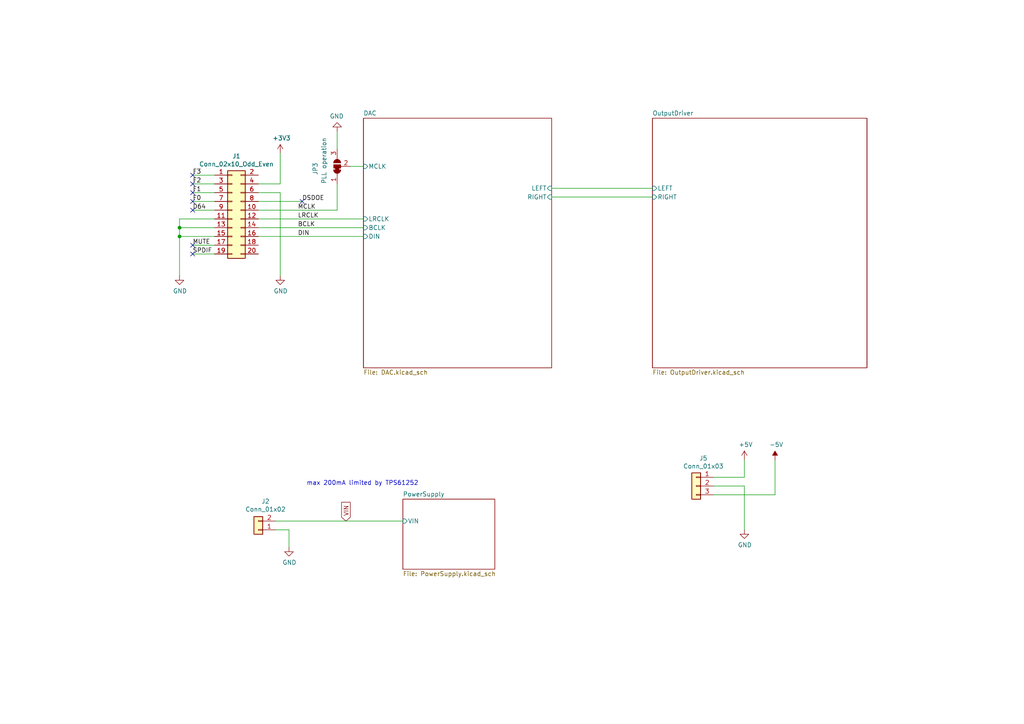
<source format=kicad_sch>
(kicad_sch (version 20211123) (generator eeschema)
  (paper "A4")
  (lib_symbols
    (symbol "Connector_Generic:Conn_01x02" (pin_names (offset 1.016) hide)
      (property "Reference" "J" (at 0 2.54 0))
      (property "Value" "Conn_01x02" (at 0 -5.08 0))
      (symbol "Conn_01x02_1_1"
        (rectangle (start -1.27 -2.413) (end 0 -2.667) (stroke (width 0.1524)))
        (rectangle (start -1.27 0.127) (end 0 -0.127) (stroke (width 0.1524)))
        (rectangle (start -1.27 1.27) (end 1.27 -3.81) (stroke (width 0.254)) (fill (type background)))
        (pin passive line (at -5.08 0 0) (length 3.81) (name "Pin_1") (number "1"))
        (pin passive line (at -5.08 -2.54 0) (length 3.81) (name "Pin_2") (number "2"))
      )
    )
    (symbol "Connector_Generic:Conn_01x03" (pin_names (offset 1.016) hide)
      (property "Reference" "J" (at 0 5.08 0))
      (property "Value" "Conn_01x03" (at 0 -5.08 0))
      (symbol "Conn_01x03_1_1"
        (rectangle (start -1.27 -2.413) (end 0 -2.667) (stroke (width 0.1524)))
        (rectangle (start -1.27 0.127) (end 0 -0.127) (stroke (width 0.1524)))
        (rectangle (start -1.27 2.667) (end 0 2.413) (stroke (width 0.1524)))
        (rectangle (start -1.27 3.81) (end 1.27 -3.81) (stroke (width 0.254)) (fill (type background)))
        (pin passive line (at -5.08 2.54 0) (length 3.81) (name "Pin_1") (number "1"))
        (pin passive line (at -5.08 0 0) (length 3.81) (name "Pin_2") (number "2"))
        (pin passive line (at -5.08 -2.54 0) (length 3.81) (name "Pin_3") (number "3"))
      )
    )
    (symbol "Connector_Generic:Conn_02x10_Odd_Even" (pin_names (offset 1.016) hide)
      (property "Reference" "J" (at 1.27 12.7 0))
      (property "Value" "Conn_02x10_Odd_Even" (at 1.27 -15.24 0))
      (symbol "Conn_02x10_Odd_Even_1_1"
        (rectangle (start -1.27 -12.573) (end 0 -12.827) (stroke (width 0.1524)))
        (rectangle (start -1.27 -10.033) (end 0 -10.287) (stroke (width 0.1524)))
        (rectangle (start -1.27 -7.493) (end 0 -7.747) (stroke (width 0.1524)))
        (rectangle (start -1.27 -4.953) (end 0 -5.207) (stroke (width 0.1524)))
        (rectangle (start -1.27 -2.413) (end 0 -2.667) (stroke (width 0.1524)))
        (rectangle (start -1.27 0.127) (end 0 -0.127) (stroke (width 0.1524)))
        (rectangle (start -1.27 2.667) (end 0 2.413) (stroke (width 0.1524)))
        (rectangle (start -1.27 5.207) (end 0 4.953) (stroke (width 0.1524)))
        (rectangle (start -1.27 7.747) (end 0 7.493) (stroke (width 0.1524)))
        (rectangle (start -1.27 10.287) (end 0 10.033) (stroke (width 0.1524)))
        (rectangle (start -1.27 11.43) (end 3.81 -13.97) (stroke (width 0.254)) (fill (type background)))
        (rectangle (start 3.81 -12.573) (end 2.54 -12.827) (stroke (width 0.1524)))
        (rectangle (start 3.81 -10.033) (end 2.54 -10.287) (stroke (width 0.1524)))
        (rectangle (start 3.81 -7.493) (end 2.54 -7.747) (stroke (width 0.1524)))
        (rectangle (start 3.81 -4.953) (end 2.54 -5.207) (stroke (width 0.1524)))
        (rectangle (start 3.81 -2.413) (end 2.54 -2.667) (stroke (width 0.1524)))
        (rectangle (start 3.81 0.127) (end 2.54 -0.127) (stroke (width 0.1524)))
        (rectangle (start 3.81 2.667) (end 2.54 2.413) (stroke (width 0.1524)))
        (rectangle (start 3.81 5.207) (end 2.54 4.953) (stroke (width 0.1524)))
        (rectangle (start 3.81 7.747) (end 2.54 7.493) (stroke (width 0.1524)))
        (rectangle (start 3.81 10.287) (end 2.54 10.033) (stroke (width 0.1524)))
        (pin passive line (at -5.08 10.16 0) (length 3.81) (name "Pin_1") (number "1"))
        (pin passive line (at 7.62 0 180) (length 3.81) (name "Pin_10") (number "10"))
        (pin passive line (at -5.08 -2.54 0) (length 3.81) (name "Pin_11") (number "11"))
        (pin passive line (at 7.62 -2.54 180) (length 3.81) (name "Pin_12") (number "12"))
        (pin passive line (at -5.08 -5.08 0) (length 3.81) (name "Pin_13") (number "13"))
        (pin passive line (at 7.62 -5.08 180) (length 3.81) (name "Pin_14") (number "14"))
        (pin passive line (at -5.08 -7.62 0) (length 3.81) (name "Pin_15") (number "15"))
        (pin passive line (at 7.62 -7.62 180) (length 3.81) (name "Pin_16") (number "16"))
        (pin passive line (at -5.08 -10.16 0) (length 3.81) (name "Pin_17") (number "17"))
        (pin passive line (at 7.62 -10.16 180) (length 3.81) (name "Pin_18") (number "18"))
        (pin passive line (at -5.08 -12.7 0) (length 3.81) (name "Pin_19") (number "19"))
        (pin passive line (at 7.62 10.16 180) (length 3.81) (name "Pin_2") (number "2"))
        (pin passive line (at 7.62 -12.7 180) (length 3.81) (name "Pin_20") (number "20"))
        (pin passive line (at -5.08 7.62 0) (length 3.81) (name "Pin_3") (number "3"))
        (pin passive line (at 7.62 7.62 180) (length 3.81) (name "Pin_4") (number "4"))
        (pin passive line (at -5.08 5.08 0) (length 3.81) (name "Pin_5") (number "5"))
        (pin passive line (at 7.62 5.08 180) (length 3.81) (name "Pin_6") (number "6"))
        (pin passive line (at -5.08 2.54 0) (length 3.81) (name "Pin_7") (number "7"))
        (pin passive line (at 7.62 2.54 180) (length 3.81) (name "Pin_8") (number "8"))
        (pin passive line (at -5.08 0 0) (length 3.81) (name "Pin_9") (number "9"))
      )
    )
    (symbol "Jumper:SolderJumper_3_Bridged12" (pin_names (offset 0) hide)
      (property "Reference" "JP" (at -2.54 -2.54 0))
      (property "Value" "SolderJumper_3_Bridged12" (at 0 2.794 0))
      (symbol "SolderJumper_3_Bridged12_0_1"
        (rectangle (start -1.016 0.508) (end -0.508 -0.508) (fill (type outline)))
        (arc (start -1.016 1.016) (mid -2.032 0) (end -1.016 -1.016))
        (arc (start -1.016 1.016) (mid -2.032 0) (end -1.016 -1.016) (fill (type outline)))
        (rectangle (start -0.508 1.016) (end 0.508 -1.016) (fill (type outline)))
        (polyline (pts (xy -2.54 0) (xy -2.032 0)))
        (polyline (pts (xy -1.016 1.016) (xy -1.016 -1.016)))
        (polyline (pts (xy 0 -1.27) (xy 0 -1.016)))
        (polyline (pts (xy 1.016 1.016) (xy 1.016 -1.016)))
        (polyline (pts (xy 2.54 0) (xy 2.032 0)))
        (arc (start 1.016 -1.016) (mid 2.032 0) (end 1.016 1.016))
        (arc (start 1.016 -1.016) (mid 2.032 0) (end 1.016 1.016) (fill (type outline)))
      )
      (symbol "SolderJumper_3_Bridged12_1_1"
        (pin passive line (at -5.08 0 0) (length 2.54) (name "A") (number "1"))
        (pin input line (at 0 -3.81 90) (length 2.54) (name "C") (number "2"))
        (pin passive line (at 5.08 0 180) (length 2.54) (name "B") (number "3"))
      )
    )
    (symbol "power:+3.3V" (power) (pin_names (offset 0))
      (property "Value" "+3.3V" (at 0 3.556 0))
      (symbol "+3.3V_0_1"
        (polyline (pts (xy -0.762 1.27) (xy 0 2.54)))
        (polyline (pts (xy 0 0) (xy 0 2.54)))
        (polyline (pts (xy 0 2.54) (xy 0.762 1.27)))
      )
      (symbol "+3.3V_1_1"
        (pin power_in line (at 0 0 90) (length 0) hide (name "+3V3") (number "1"))
      )
    )
    (symbol "power:+5V" (power) (pin_names (offset 0))
      (property "Value" "+5V" (at 0 3.556 0))
      (symbol "+5V_0_1"
        (polyline (pts (xy -0.762 1.27) (xy 0 2.54)))
        (polyline (pts (xy 0 0) (xy 0 2.54)))
        (polyline (pts (xy 0 2.54) (xy 0.762 1.27)))
      )
      (symbol "+5V_1_1"
        (pin power_in line (at 0 0 90) (length 0) hide (name "+5V") (number "1"))
      )
    )
    (symbol "power:-5V" (power) (pin_names (offset 0))
      (property "Value" "-5V" (at 0 3.81 0))
      (symbol "-5V_0_0"
        (pin power_in line (at 0 0 90) (length 0) hide (name "-5V") (number "1"))
      )
      (symbol "-5V_0_1"
        (polyline (pts (xy 0 0) (xy 0 1.27) (xy 0.762 1.27) (xy 0 2.54) (xy -0.762 1.27) (xy 0 1.27)) (fill (type outline)))
      )
    )
    (symbol "power:GND" (power) (pin_names (offset 0))
      (property "Value" "GND" (at 0 -3.81 0))
      (symbol "GND_0_1"
        (polyline (pts (xy 0 0) (xy 0 -1.27) (xy 1.27 -1.27) (xy 0 -2.54) (xy -1.27 -1.27) (xy 0 -1.27)))
      )
      (symbol "GND_1_1"
        (pin power_in line (at 0 0 270) (length 0) hide (name "GND") (number "1"))
      )
    )
  )
  (junction (at 52.07 68.58))
  (junction (at 52.07 66.04))
  (no_connect (at 55.88 50.8))
  (no_connect (at 55.88 60.96))
  (no_connect (at 55.88 55.88))
  (no_connect (at 55.88 71.12))
  (no_connect (at 55.88 73.66))
  (no_connect (at 55.88 58.42))
  (no_connect (at 55.88 53.34))
  (no_connect (at 87.63 58.42))
  (wire (pts (xy 74.93 63.5) (xy 105.41 63.5)))
  (wire (pts (xy 74.93 68.58) (xy 105.41 68.58)))
  (wire (pts (xy 160.02 54.61) (xy 189.23 54.61)))
  (wire (pts (xy 52.07 80.01) (xy 52.07 68.58)))
  (wire (pts (xy 80.01 151.13) (xy 116.84 151.13)))
  (wire (pts (xy 74.93 58.42) (xy 87.63 58.42)))
  (wire (pts (xy 52.07 68.58) (xy 62.23 68.58)))
  (wire (pts (xy 52.07 63.5) (xy 52.07 66.04)))
  (wire (pts (xy 81.28 55.88) (xy 81.28 80.01)))
  (wire (pts (xy 62.23 60.96) (xy 55.88 60.96)))
  (wire (pts (xy 83.82 153.67) (xy 83.82 158.75)))
  (wire (pts (xy 74.93 55.88) (xy 81.28 55.88)))
  (wire (pts (xy 207.01 138.43) (xy 215.9 138.43)))
  (wire (pts (xy 81.28 53.34) (xy 81.28 44.45)))
  (wire (pts (xy 207.01 143.51) (xy 224.79 143.51)))
  (wire (pts (xy 62.23 63.5) (xy 52.07 63.5)))
  (wire (pts (xy 105.41 66.04) (xy 74.93 66.04)))
  (wire (pts (xy 62.23 66.04) (xy 52.07 66.04)))
  (wire (pts (xy 215.9 138.43) (xy 215.9 133.35)))
  (wire (pts (xy 80.01 153.67) (xy 83.82 153.67)))
  (wire (pts (xy 215.9 140.97) (xy 215.9 153.67)))
  (wire (pts (xy 62.23 73.66) (xy 55.88 73.66)))
  (wire (pts (xy 62.23 71.12) (xy 55.88 71.12)))
  (wire (pts (xy 97.79 60.96) (xy 97.79 53.34)))
  (wire (pts (xy 74.93 53.34) (xy 81.28 53.34)))
  (wire (pts (xy 224.79 143.51) (xy 224.79 133.35)))
  (wire (pts (xy 62.23 55.88) (xy 55.88 55.88)))
  (wire (pts (xy 97.79 43.18) (xy 97.79 38.1)))
  (wire (pts (xy 62.23 50.8) (xy 55.88 50.8)))
  (wire (pts (xy 62.23 53.34) (xy 55.88 53.34)))
  (wire (pts (xy 52.07 66.04) (xy 52.07 68.58)))
  (wire (pts (xy 160.02 57.15) (xy 189.23 57.15)))
  (wire (pts (xy 62.23 58.42) (xy 55.88 58.42)))
  (wire (pts (xy 101.6 48.26) (xy 105.41 48.26)))
  (wire (pts (xy 74.93 60.96) (xy 97.79 60.96)))
  (wire (pts (xy 207.01 140.97) (xy 215.9 140.97)))
  (text "max 200mA limited by TPS61252" (at 88.9 140.97 0) (effects (font (size 1.27 1.27)) (justify left bottom)))
  (label "LRCLK" (at 86.36 63.5 0))
  (label "F0" (at 55.88 58.42 0))
  (label "F1" (at 55.88 55.88 0))
  (label "F3" (at 55.88 50.8 0))
  (label "MCLK" (at 86.36 60.96 0))
  (label "MUTE" (at 55.88 71.12 0))
  (label "D64" (at 55.88 60.96 0))
  (label "F2" (at 55.88 53.34 0))
  (label "DIN" (at 86.36 68.58 0))
  (label "BCLK" (at 86.36 66.04 0))
  (label "DSDOE" (at 87.63 58.42 0))
  (label "SPDIF" (at 55.88 73.66 0))
  (global_label "VIN" (shape input) (at 100.33 151.13 90) (property "Intersheet References" "${INTERSHEET_REFS}" (effects hide)))
  (symbol (lib_id "power:GND") (at 83.82 158.75 0) (unit 1)
    (property "Reference" "#PWR049" (effects hide))
    (property "Value" "GND" (at 83.947 163.1442 0))
  )
  (symbol (lib_id "Connector_Generic:Conn_01x03") (at 201.93 140.97 0) (mirror y) (unit 1)
    (property "Reference" "J5" (at 204.0128 132.9182 0))
    (property "Value" "Conn_01x03" (at 204.0128 135.2296 0))
    (property "Footprint" "Connector_PinHeader_2.54mm:PinHeader_1x03_P2.54mm_Vertical" (effects hide))
  )
  (symbol (lib_id "power:GND") (at 215.9 153.67 0) (unit 1)
    (property "Reference" "#PWR070" (effects hide))
    (property "Value" "GND" (at 216.027 158.0642 0))
  )
  (symbol (lib_id "power:+5V") (at 215.9 133.35 0) (unit 1)
    (property "Reference" "#PWR069" (effects hide))
    (property "Value" "+5V" (at 216.281 128.9558 0))
  )
  (symbol (lib_id "power:-5V") (at 224.79 133.35 0) (unit 1)
    (property "Reference" "#PWR071" (effects hide))
    (property "Value" "-5V" (at 225.171 128.9558 0))
  )
  (symbol (lib_id "Connector_Generic:Conn_02x10_Odd_Even") (at 67.31 60.96 0) (unit 1)
    (property "Reference" "J1" (at 68.58 45.2882 0))
    (property "Value" "Conn_02x10_Odd_Even" (at 68.58 47.5996 0))
    (property "Footprint" "BalancedAudioBox:XMOS_USB_Board_2x10_P2.54mm" (effects hide))
  )
  (symbol (lib_id "power:+3.3V") (at 81.28 44.45 0) (unit 1)
    (property "Reference" "#PWR02" (effects hide))
    (property "Value" "+3.3V" (at 81.661 40.0558 0))
  )
  (symbol (lib_id "power:GND") (at 81.28 80.01 0) (unit 1)
    (property "Reference" "#PWR03" (effects hide))
    (property "Value" "GND" (at 81.407 84.4042 0))
  )
  (symbol (lib_id "power:GND") (at 52.07 80.01 0) (unit 1)
    (property "Reference" "#PWR01" (effects hide))
    (property "Value" "GND" (at 52.197 84.4042 0))
  )
  (symbol (lib_id "Jumper:SolderJumper_3_Bridged12") (at 97.79 48.26 90) (unit 1)
    (property "Reference" "JP3" (at 91.44 50.8 0) (effects (justify left)))
    (property "Value" "PLL operation" (at 93.98 53.34 0) (effects (justify left)))
    (property "Footprint" "Jumper:SolderJumper-3_P1.3mm_Bridged12_Pad1.0x1.5mm" (effects hide))
  )
  (symbol (lib_id "power:GND") (at 97.79 38.1 180) (unit 1)
    (property "Reference" "#PWR04" (effects hide))
    (property "Value" "GND" (at 97.663 33.7058 0))
  )
  (symbol (lib_id "Connector_Generic:Conn_01x02") (at 74.93 153.67 180) (unit 1)
    (property "Reference" "J2" (at 77.0128 145.415 0))
    (property "Value" "Conn_01x02" (at 77.0128 147.7264 0))
    (property "Footprint" "Connector_PinHeader_2.54mm:PinHeader_1x02_P2.54mm_Vertical" (effects hide))
  )
  (sheet (at 116.84 144.78) (size 26.67 20.32)
    (property "Sheet name" "PowerSupply" (at 116.84 144.0684 0) (effects (justify left bottom)))
    (property "Sheet file" "PowerSupply.kicad_sch" (at 116.84 165.6846 0) (effects (justify left top)))
    (pin "VIN" input (at 116.84 151.13 180))
  )
  (sheet (at 189.23 34.29) (size 62.23 72.39)
    (property "Sheet name" "OutputDriver" (at 189.23 33.5784 0) (effects (justify left bottom)))
    (property "Sheet file" "OutputDriver.kicad_sch" (at 189.23 107.2646 0) (effects (justify left top)))
    (pin "LEFT" input (at 189.23 54.61 180))
    (pin "RIGHT" input (at 189.23 57.15 180))
  )
  (sheet (at 105.41 34.29) (size 54.61 72.39)
    (property "Sheet name" "DAC" (at 105.41 33.5784 0) (effects (justify left bottom)))
    (property "Sheet file" "DAC.kicad_sch" (at 105.41 107.2646 0) (effects (justify left top)))
    (pin "LRCLK" input (at 105.41 63.5 180))
    (pin "DIN" input (at 105.41 68.58 180))
    (pin "BCLK" input (at 105.41 66.04 180))
    (pin "MCLK" input (at 105.41 48.26 180))
    (pin "LEFT" input (at 160.02 54.61 0))
    (pin "RIGHT" input (at 160.02 57.15 0))
  )
)
</source>
